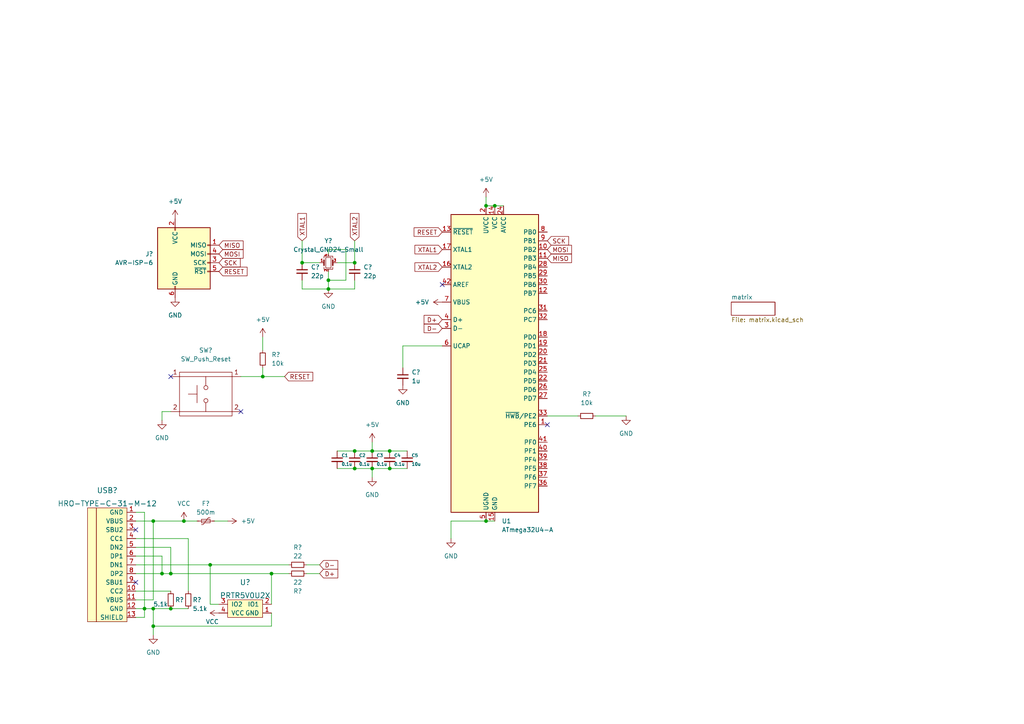
<source format=kicad_sch>
(kicad_sch (version 20211123) (generator eeschema)
  (paper "A4")
  (lib_symbols
    (symbol "Connector:AVR-ISP-6" (pin_names (offset 1.016))
      (property "Reference" "J" (at -6.35 11.43 0))
      (property "Value" "AVR-ISP-6" (at 0 11.43 0))
      (symbol "AVR-ISP-6_0_1"
        (rectangle (start -2.667 -6.858) (end -2.413 -7.62))
        (rectangle (start -2.667 10.16) (end -2.413 9.398))
        (rectangle (start 7.62 -2.413) (end 6.858 -2.667))
        (rectangle (start 7.62 0.127) (end 6.858 -0.127))
        (rectangle (start 7.62 2.667) (end 6.858 2.413))
        (rectangle (start 7.62 5.207) (end 6.858 4.953))
        (rectangle (start 7.62 10.16) (end -7.62 -7.62) (stroke (width 0.254)) (fill (type background)))
      )
      (symbol "AVR-ISP-6_1_1"
        (pin passive line (at 10.16 5.08 180) (length 2.54) (name "MISO") (number "1"))
        (pin passive line (at -2.54 12.7 270) (length 2.54) (name "VCC") (number "2"))
        (pin passive line (at 10.16 0 180) (length 2.54) (name "SCK") (number "3"))
        (pin passive line (at 10.16 2.54 180) (length 2.54) (name "MOSI") (number "4"))
        (pin passive line (at 10.16 -2.54 180) (length 2.54) (name "~{RST}") (number "5"))
        (pin passive line (at -2.54 -10.16 90) (length 2.54) (name "GND") (number "6"))
      )
    )
    (symbol "Device:C_Small" (pin_numbers hide) (pin_names (offset 0.254) hide)
      (property "Reference" "C" (at 0.254 1.778 0))
      (property "Value" "C_Small" (at 0.254 -2.032 0))
      (symbol "C_Small_0_1"
        (polyline (pts (xy -1.524 -0.508) (xy 1.524 -0.508)) (stroke (width 0.3302)))
        (polyline (pts (xy -1.524 0.508) (xy 1.524 0.508)) (stroke (width 0.3048)))
      )
      (symbol "C_Small_1_1"
        (pin passive line (at 0 2.54 270) (length 2.032) (name "~") (number "1"))
        (pin passive line (at 0 -2.54 90) (length 2.032) (name "~") (number "2"))
      )
    )
    (symbol "Device:Crystal_GND24_Small" (pin_names (offset 1.016) hide)
      (property "Reference" "Y" (at 1.27 4.445 0))
      (property "Value" "Crystal_GND24_Small" (at 1.27 2.54 0))
      (symbol "Crystal_GND24_Small_0_1"
        (rectangle (start -0.762 -1.524) (end 0.762 1.524))
        (polyline (pts (xy -1.27 -0.762) (xy -1.27 0.762)) (stroke (width 0.381)))
        (polyline (pts (xy 1.27 -0.762) (xy 1.27 0.762)) (stroke (width 0.381)))
        (polyline (pts (xy -1.27 -1.27) (xy -1.27 -1.905) (xy 1.27 -1.905) (xy 1.27 -1.27)))
        (polyline (pts (xy -1.27 1.27) (xy -1.27 1.905) (xy 1.27 1.905) (xy 1.27 1.27)))
      )
      (symbol "Crystal_GND24_Small_1_1"
        (pin passive line (at -2.54 0 0) (length 1.27) (name "1") (number "1"))
        (pin passive line (at 0 -2.54 90) (length 0.635) (name "2") (number "2"))
        (pin passive line (at 2.54 0 180) (length 1.27) (name "3") (number "3"))
        (pin passive line (at 0 2.54 270) (length 0.635) (name "4") (number "4"))
      )
    )
    (symbol "Device:Polyfuse_Small" (pin_numbers hide) (pin_names (offset 0))
      (property "Reference" "F" (at -1.905 0 90))
      (property "Value" "Polyfuse_Small" (at 1.905 0 90))
      (symbol "Polyfuse_Small_0_1"
        (rectangle (start -0.508 1.27) (end 0.508 -1.27))
        (polyline (pts (xy 0 2.54) (xy 0 -2.54)))
        (polyline (pts (xy -1.016 1.27) (xy -1.016 0.762) (xy 1.016 -0.762) (xy 1.016 -1.27)))
      )
      (symbol "Polyfuse_Small_1_1"
        (pin passive line (at 0 2.54 270) (length 0.635) (name "~") (number "1"))
        (pin passive line (at 0 -2.54 90) (length 0.635) (name "~") (number "2"))
      )
    )
    (symbol "Device:R_Small" (pin_numbers hide) (pin_names (offset 0.254) hide)
      (property "Reference" "R" (at 0.762 0.508 0))
      (property "Value" "R_Small" (at 0.762 -1.016 0))
      (symbol "R_Small_0_1"
        (rectangle (start -0.762 1.778) (end 0.762 -1.778) (stroke (width 0.2032)))
      )
      (symbol "R_Small_1_1"
        (pin passive line (at 0 2.54 270) (length 0.762) (name "~") (number "1"))
        (pin passive line (at 0 -2.54 90) (length 0.762) (name "~") (number "2"))
      )
    )
    (symbol "MCU_Microchip_ATmega:ATmega32U4-A"
      (property "Reference" "U" (at -12.7 44.45 0))
      (property "Value" "ATmega32U4-A" (at 2.54 -44.45 0))
      (symbol "ATmega32U4-A_0_1"
        (rectangle (start -12.7 -43.18) (end 12.7 43.18) (stroke (width 0.254)) (fill (type background)))
      )
      (symbol "ATmega32U4-A_1_1"
        (pin bidirectional line (at 15.24 -17.78 180) (length 2.54) (name "PE6") (number "1"))
        (pin bidirectional line (at 15.24 33.02 180) (length 2.54) (name "PB2") (number "10"))
        (pin bidirectional line (at 15.24 30.48 180) (length 2.54) (name "PB3") (number "11"))
        (pin bidirectional line (at 15.24 20.32 180) (length 2.54) (name "PB7") (number "12"))
        (pin input line (at -15.24 38.1 0) (length 2.54) (name "~{RESET}") (number "13"))
        (pin power_in line (at 0 45.72 270) (length 2.54) (name "VCC") (number "14"))
        (pin power_in line (at 0 -45.72 90) (length 2.54) (name "GND") (number "15"))
        (pin output line (at -15.24 27.94 0) (length 2.54) (name "XTAL2") (number "16"))
        (pin input line (at -15.24 33.02 0) (length 2.54) (name "XTAL1") (number "17"))
        (pin bidirectional line (at 15.24 7.62 180) (length 2.54) (name "PD0") (number "18"))
        (pin bidirectional line (at 15.24 5.08 180) (length 2.54) (name "PD1") (number "19"))
        (pin power_in line (at -2.54 45.72 270) (length 2.54) (name "UVCC") (number "2"))
        (pin bidirectional line (at 15.24 2.54 180) (length 2.54) (name "PD2") (number "20"))
        (pin bidirectional line (at 15.24 0 180) (length 2.54) (name "PD3") (number "21"))
        (pin bidirectional line (at 15.24 -5.08 180) (length 2.54) (name "PD5") (number "22"))
        (pin passive line (at 0 -45.72 90) (length 2.54) hide (name "GND") (number "23"))
        (pin power_in line (at 2.54 45.72 270) (length 2.54) (name "AVCC") (number "24"))
        (pin bidirectional line (at 15.24 -2.54 180) (length 2.54) (name "PD4") (number "25"))
        (pin bidirectional line (at 15.24 -7.62 180) (length 2.54) (name "PD6") (number "26"))
        (pin bidirectional line (at 15.24 -10.16 180) (length 2.54) (name "PD7") (number "27"))
        (pin bidirectional line (at 15.24 27.94 180) (length 2.54) (name "PB4") (number "28"))
        (pin bidirectional line (at 15.24 25.4 180) (length 2.54) (name "PB5") (number "29"))
        (pin bidirectional line (at -15.24 10.16 0) (length 2.54) (name "D-") (number "3"))
        (pin bidirectional line (at 15.24 22.86 180) (length 2.54) (name "PB6") (number "30"))
        (pin bidirectional line (at 15.24 15.24 180) (length 2.54) (name "PC6") (number "31"))
        (pin bidirectional line (at 15.24 12.7 180) (length 2.54) (name "PC7") (number "32"))
        (pin bidirectional line (at 15.24 -15.24 180) (length 2.54) (name "~{HWB}/PE2") (number "33"))
        (pin passive line (at 0 45.72 270) (length 2.54) hide (name "VCC") (number "34"))
        (pin passive line (at 0 -45.72 90) (length 2.54) hide (name "GND") (number "35"))
        (pin bidirectional line (at 15.24 -35.56 180) (length 2.54) (name "PF7") (number "36"))
        (pin bidirectional line (at 15.24 -33.02 180) (length 2.54) (name "PF6") (number "37"))
        (pin bidirectional line (at 15.24 -30.48 180) (length 2.54) (name "PF5") (number "38"))
        (pin bidirectional line (at 15.24 -27.94 180) (length 2.54) (name "PF4") (number "39"))
        (pin bidirectional line (at -15.24 12.7 0) (length 2.54) (name "D+") (number "4"))
        (pin bidirectional line (at 15.24 -25.4 180) (length 2.54) (name "PF1") (number "40"))
        (pin bidirectional line (at 15.24 -22.86 180) (length 2.54) (name "PF0") (number "41"))
        (pin passive line (at -15.24 22.86 0) (length 2.54) (name "AREF") (number "42"))
        (pin passive line (at 0 -45.72 90) (length 2.54) hide (name "GND") (number "43"))
        (pin passive line (at 2.54 45.72 270) (length 2.54) hide (name "AVCC") (number "44"))
        (pin passive line (at -2.54 -45.72 90) (length 2.54) (name "UGND") (number "5"))
        (pin passive line (at -15.24 5.08 0) (length 2.54) (name "UCAP") (number "6"))
        (pin input line (at -15.24 17.78 0) (length 2.54) (name "VBUS") (number "7"))
        (pin bidirectional line (at 15.24 38.1 180) (length 2.54) (name "PB0") (number "8"))
        (pin bidirectional line (at 15.24 35.56 180) (length 2.54) (name "PB1") (number "9"))
      )
    )
    (symbol "SW_SK:SW_SKQG" (pin_names (offset 0.5))
      (property "Reference" "SW" (at 0 8.89 0))
      (property "Value" "SW_SKQG" (at 0 -8.89 0))
      (symbol "SW_SKQG_0_0"
        (text "1" (at -8.89 6.35 0) (effects (font (size 1.27 1.27))))
        (text "1" (at 8.89 6.35 0) (effects (font (size 1.27 1.27))))
        (text "2" (at -8.89 -3.81 0) (effects (font (size 1.27 1.27))))
        (text "2" (at 8.89 -3.81 0) (effects (font (size 1.27 1.27))))
      )
      (symbol "SW_SKQG_0_1"
        (polyline (pts (xy -2.54 -2.54) (xy -2.54 2.54)))
        (polyline (pts (xy -2.54 0) (xy -5.08 0)))
        (polyline (pts (xy 0 -5.08) (xy 0 -2.54)))
        (polyline (pts (xy 0 5.08) (xy 0 2.54)))
        (polyline (pts (xy 7.62 -5.08) (xy -7.62 -5.08)))
        (polyline (pts (xy 7.62 5.08) (xy -7.62 5.08)))
        (polyline (pts (xy 7.62 0) (xy 7.62 -6.35) (xy -7.62 -6.35) (xy -7.62 6.35) (xy 7.62 6.35) (xy 7.62 0)))
        (circle (center 0.0277 -1.9018) (radius 0.5834))
        (circle (center 0.0277 1.8658) (radius 0.5834))
      )
      (symbol "SW_SKQG_1_1"
        (pin passive line (at -10.16 -5.08 0) (length 2.54) (name "") (number ""))
        (pin passive line (at -10.16 5.08 0) (length 2.54) (name "") (number ""))
        (pin passive line (at 10.16 -5.08 180) (length 2.54) (name "") (number ""))
        (pin passive line (at 10.16 5.08 180) (length 2.54) (name "") (number ""))
      )
    )
    (symbol "Type-C:HRO-TYPE-C-31-M-12" (pin_names (offset 1.016))
      (property "Reference" "USB" (at -5.08 16.51 0))
      (property "Value" "HRO-TYPE-C-31-M-12" (at -10.16 -1.27 90))
      (symbol "HRO-TYPE-C-31-M-12_0_1"
        (rectangle (start -11.43 15.24) (end -8.89 -17.78) (fill (type background)))
        (rectangle (start 0 -17.78) (end -8.89 15.24) (fill (type background)))
      )
      (symbol "HRO-TYPE-C-31-M-12_1_1"
        (pin input line (at 2.54 13.97 180) (length 2.54) (name "GND") (number "1"))
        (pin input line (at 2.54 -8.89 180) (length 2.54) (name "CC2") (number "10"))
        (pin input line (at 2.54 -11.43 180) (length 2.54) (name "VBUS") (number "11"))
        (pin input line (at 2.54 -13.97 180) (length 2.54) (name "GND") (number "12"))
        (pin input line (at 2.54 -16.51 180) (length 2.54) (name "SHIELD") (number "13"))
        (pin input line (at 2.54 11.43 180) (length 2.54) (name "VBUS") (number "2"))
        (pin input line (at 2.54 8.89 180) (length 2.54) (name "SBU2") (number "3"))
        (pin input line (at 2.54 6.35 180) (length 2.54) (name "CC1") (number "4"))
        (pin input line (at 2.54 3.81 180) (length 2.54) (name "DN2") (number "5"))
        (pin input line (at 2.54 1.27 180) (length 2.54) (name "DP1") (number "6"))
        (pin input line (at 2.54 -1.27 180) (length 2.54) (name "DN1") (number "7"))
        (pin input line (at 2.54 -3.81 180) (length 2.54) (name "DP2") (number "8"))
        (pin input line (at 2.54 -6.35 180) (length 2.54) (name "SBU1") (number "9"))
      )
    )
    (symbol "power:+5V" (power) (pin_names (offset 0))
      (property "Value" "+5V" (at 0 3.556 0))
      (symbol "+5V_0_1"
        (polyline (pts (xy -0.762 1.27) (xy 0 2.54)))
        (polyline (pts (xy 0 0) (xy 0 2.54)))
        (polyline (pts (xy 0 2.54) (xy 0.762 1.27)))
      )
      (symbol "+5V_1_1"
        (pin power_in line (at 0 0 90) (length 0) hide (name "+5V") (number "1"))
      )
    )
    (symbol "power:GND" (power) (pin_names (offset 0))
      (property "Value" "GND" (at 0 -3.81 0))
      (symbol "GND_0_1"
        (polyline (pts (xy 0 0) (xy 0 -1.27) (xy 1.27 -1.27) (xy 0 -2.54) (xy -1.27 -1.27) (xy 0 -1.27)))
      )
      (symbol "GND_1_1"
        (pin power_in line (at 0 0 270) (length 0) hide (name "GND") (number "1"))
      )
    )
    (symbol "power:VCC" (power) (pin_names (offset 0))
      (property "Value" "VCC" (at 0 3.81 0))
      (symbol "VCC_0_1"
        (polyline (pts (xy -0.762 1.27) (xy 0 2.54)))
        (polyline (pts (xy 0 0) (xy 0 2.54)))
        (polyline (pts (xy 0 2.54) (xy 0.762 1.27)))
      )
      (symbol "VCC_1_1"
        (pin power_in line (at 0 0 90) (length 0) hide (name "VCC") (number "1"))
      )
    )
    (symbol "random-keyboard-parts:PRTR5V0U2X" (pin_names (offset 1.016))
      (property "Reference" "U" (at 0 3.81 0))
      (property "Value" "PRTR5V0U2X" (at 0 -3.81 0))
      (symbol "PRTR5V0U2X_0_1"
        (rectangle (start -5.08 2.54) (end 5.08 -2.54) (fill (type background)))
      )
      (symbol "PRTR5V0U2X_1_1"
        (pin input line (at -7.62 1.27 0) (length 2.54) (name "GND") (number "1"))
        (pin input line (at -7.62 -1.27 0) (length 2.54) (name "IO1") (number "2"))
        (pin input line (at 7.62 -1.27 180) (length 2.54) (name "IO2") (number "3"))
        (pin input line (at 7.62 1.27 180) (length 2.54) (name "VCC") (number "4"))
      )
    )
  )
  (junction (at 102.87 135.89))
  (junction (at 44.45 176.53))
  (junction (at 143.51 59.69))
  (junction (at 41.91 176.53))
  (junction (at 113.03 135.89))
  (junction (at 87.63 76.2))
  (junction (at 107.95 130.81))
  (junction (at 46.99 166.37))
  (junction (at 95.25 81.28))
  (junction (at 49.53 166.37))
  (junction (at 95.25 83.82))
  (junction (at 76.2 109.22))
  (junction (at 44.45 151.13))
  (junction (at 113.03 130.81))
  (junction (at 102.87 130.81))
  (junction (at 44.45 181.61))
  (junction (at 140.97 151.13))
  (junction (at 49.53 176.53))
  (junction (at 107.95 135.89))
  (junction (at 60.96 163.83))
  (junction (at 78.74 166.37))
  (junction (at 53.34 151.13))
  (junction (at 140.97 59.69))
  (junction (at 102.87 76.2))
  (no_connect (at 128.27 82.55))
  (no_connect (at 39.37 153.67))
  (no_connect (at 49.53 109.22))
  (no_connect (at 69.85 119.38))
  (no_connect (at 39.37 168.91))
  (no_connect (at 158.75 123.19))
  (wire (pts (xy 78.74 166.37) (xy 83.82 166.37)))
  (wire (pts (xy 44.45 176.53) (xy 49.53 176.53)))
  (wire (pts (xy 88.9 163.83) (xy 92.71 163.83)))
  (wire (pts (xy 113.03 130.81) (xy 118.11 130.81)))
  (wire (pts (xy 78.74 166.37) (xy 78.74 175.26)))
  (wire (pts (xy 41.91 176.53) (xy 44.45 176.53)))
  (wire (pts (xy 116.84 100.33) (xy 116.84 106.68)))
  (wire (pts (xy 46.99 161.29) (xy 46.99 166.37)))
  (wire (pts (xy 62.23 151.13) (xy 66.04 151.13)))
  (wire (pts (xy 39.37 151.13) (xy 44.45 151.13)))
  (wire (pts (xy 44.45 181.61) (xy 44.45 184.15)))
  (wire (pts (xy 39.37 173.99) (xy 44.45 173.99)))
  (wire (pts (xy 78.74 181.61) (xy 44.45 181.61)))
  (wire (pts (xy 146.05 59.69) (xy 143.51 59.69)))
  (wire (pts (xy 46.99 166.37) (xy 49.53 166.37)))
  (wire (pts (xy 49.53 176.53) (xy 54.61 176.53)))
  (wire (pts (xy 44.45 151.13) (xy 53.34 151.13)))
  (wire (pts (xy 102.87 83.82) (xy 95.25 83.82)))
  (wire (pts (xy 39.37 148.59) (xy 41.91 148.59)))
  (wire (pts (xy 102.87 130.81) (xy 107.95 130.81)))
  (wire (pts (xy 107.95 135.89) (xy 107.95 138.43)))
  (wire (pts (xy 41.91 176.53) (xy 41.91 179.07)))
  (wire (pts (xy 107.95 130.81) (xy 113.03 130.81)))
  (wire (pts (xy 102.87 135.89) (xy 107.95 135.89)))
  (wire (pts (xy 44.45 173.99) (xy 44.45 151.13)))
  (wire (pts (xy 95.25 78.74) (xy 95.25 81.28)))
  (wire (pts (xy 158.75 120.65) (xy 167.64 120.65)))
  (wire (pts (xy 130.81 151.13) (xy 130.81 156.21)))
  (wire (pts (xy 41.91 148.59) (xy 41.91 176.53)))
  (wire (pts (xy 87.63 83.82) (xy 95.25 83.82)))
  (wire (pts (xy 102.87 69.85) (xy 102.87 76.2)))
  (wire (pts (xy 97.79 130.81) (xy 102.87 130.81)))
  (wire (pts (xy 41.91 179.07) (xy 39.37 179.07)))
  (wire (pts (xy 76.2 97.79) (xy 76.2 101.6)))
  (wire (pts (xy 143.51 59.69) (xy 140.97 59.69)))
  (wire (pts (xy 60.96 163.83) (xy 83.82 163.83)))
  (wire (pts (xy 87.63 69.85) (xy 87.63 76.2)))
  (wire (pts (xy 54.61 171.45) (xy 54.61 156.21)))
  (wire (pts (xy 140.97 59.69) (xy 140.97 57.15)))
  (wire (pts (xy 39.37 158.75) (xy 49.53 158.75)))
  (wire (pts (xy 100.33 72.39) (xy 100.33 81.28)))
  (wire (pts (xy 69.85 109.22) (xy 76.2 109.22)))
  (wire (pts (xy 44.45 176.53) (xy 44.45 181.61)))
  (wire (pts (xy 107.95 135.89) (xy 113.03 135.89)))
  (wire (pts (xy 88.9 166.37) (xy 92.71 166.37)))
  (wire (pts (xy 172.72 120.65) (xy 181.61 120.65)))
  (wire (pts (xy 49.53 166.37) (xy 78.74 166.37)))
  (wire (pts (xy 39.37 161.29) (xy 46.99 161.29)))
  (wire (pts (xy 46.99 119.38) (xy 46.99 121.92)))
  (wire (pts (xy 87.63 81.28) (xy 87.63 83.82)))
  (wire (pts (xy 54.61 156.21) (xy 39.37 156.21)))
  (wire (pts (xy 49.53 158.75) (xy 49.53 166.37)))
  (wire (pts (xy 39.37 171.45) (xy 49.53 171.45)))
  (wire (pts (xy 143.51 151.13) (xy 140.97 151.13)))
  (wire (pts (xy 140.97 151.13) (xy 130.81 151.13)))
  (wire (pts (xy 76.2 106.68) (xy 76.2 109.22)))
  (wire (pts (xy 53.34 151.13) (xy 57.15 151.13)))
  (wire (pts (xy 100.33 81.28) (xy 95.25 81.28)))
  (wire (pts (xy 113.03 135.89) (xy 118.11 135.89)))
  (wire (pts (xy 76.2 109.22) (xy 82.55 109.22)))
  (wire (pts (xy 95.25 73.66) (xy 95.25 72.39)))
  (wire (pts (xy 60.96 175.26) (xy 60.96 163.83)))
  (wire (pts (xy 95.25 72.39) (xy 100.33 72.39)))
  (wire (pts (xy 102.87 76.2) (xy 97.79 76.2)))
  (wire (pts (xy 95.25 81.28) (xy 95.25 83.82)))
  (wire (pts (xy 39.37 176.53) (xy 41.91 176.53)))
  (wire (pts (xy 107.95 128.27) (xy 107.95 130.81)))
  (wire (pts (xy 49.53 119.38) (xy 46.99 119.38)))
  (wire (pts (xy 78.74 177.8) (xy 78.74 181.61)))
  (wire (pts (xy 97.79 135.89) (xy 102.87 135.89)))
  (wire (pts (xy 63.5 175.26) (xy 60.96 175.26)))
  (wire (pts (xy 39.37 163.83) (xy 60.96 163.83)))
  (wire (pts (xy 102.87 81.28) (xy 102.87 83.82)))
  (wire (pts (xy 87.63 76.2) (xy 92.71 76.2)))
  (wire (pts (xy 128.27 100.33) (xy 116.84 100.33)))
  (wire (pts (xy 39.37 166.37) (xy 46.99 166.37)))
  (global_label "RESET" (shape input) (at 63.5 78.74 0) (property "Intersheet References" "${INTERSHEET_REFS}" (effects hide)))
  (global_label "XTAL2" (shape input) (at 102.87 69.85 90) (property "Intersheet References" "${INTERSHEET_REFS}" (effects hide)))
  (global_label "RESET" (shape input) (at 128.27 67.31 180) (property "Intersheet References" "${INTERSHEET_REFS}" (effects hide)))
  (global_label "MISO" (shape input) (at 63.5 71.12 0) (property "Intersheet References" "${INTERSHEET_REFS}" (effects hide)))
  (global_label "RESET" (shape input) (at 82.55 109.22 0) (property "Intersheet References" "${INTERSHEET_REFS}" (effects hide)))
  (global_label "XTAL1" (shape input) (at 128.27 72.39 180) (property "Intersheet References" "${INTERSHEET_REFS}" (effects hide)))
  (global_label "SCK" (shape input) (at 63.5 76.2 0) (property "Intersheet References" "${INTERSHEET_REFS}" (effects hide)))
  (global_label "D-" (shape input) (at 92.71 163.83 0) (property "Intersheet References" "${INTERSHEET_REFS}" (effects hide)))
  (global_label "MOSI" (shape input) (at 63.5 73.66 0) (property "Intersheet References" "${INTERSHEET_REFS}" (effects hide)))
  (global_label "XTAL2" (shape input) (at 128.27 77.47 180) (property "Intersheet References" "${INTERSHEET_REFS}" (effects hide)))
  (global_label "D+" (shape input) (at 128.27 92.71 180) (property "Intersheet References" "${INTERSHEET_REFS}" (effects hide)))
  (global_label "D-" (shape input) (at 128.27 95.25 180) (property "Intersheet References" "${INTERSHEET_REFS}" (effects hide)))
  (global_label "MISO" (shape input) (at 158.75 74.93 0) (property "Intersheet References" "${INTERSHEET_REFS}" (effects hide)))
  (global_label "SCK" (shape input) (at 158.75 69.85 0) (property "Intersheet References" "${INTERSHEET_REFS}" (effects hide)))
  (global_label "MOSI" (shape input) (at 158.75 72.39 0) (property "Intersheet References" "${INTERSHEET_REFS}" (effects hide)))
  (global_label "XTAL1" (shape input) (at 87.63 69.85 90) (property "Intersheet References" "${INTERSHEET_REFS}" (effects hide)))
  (global_label "D+" (shape input) (at 92.71 166.37 0) (property "Intersheet References" "${INTERSHEET_REFS}" (effects hide)))
  (symbol (lib_id "random-keyboard-parts:PRTR5V0U2X") (at 71.12 176.53 180) (unit 1)
    (property "Reference" "U?" (at 71.12 168.91 0) (effects (font (size 1.524 1.524))))
    (property "Value" "PRTR5V0U2X" (at 71.12 172.72 0) (effects (font (size 1.524 1.524))))
  )
  (symbol (lib_id "power:GND") (at 181.61 120.65 0) (unit 1)
    (property "Reference" "#PWR?" (effects hide))
    (property "Value" "GND" (at 181.61 125.73 0))
  )
  (symbol (lib_id "power:GND") (at 95.25 83.82 0) (unit 1)
    (property "Reference" "#PWR?" (effects hide))
    (property "Value" "GND" (at 95.25 88.9 0))
  )
  (symbol (lib_id "power:VCC") (at 63.5 177.8 90) (unit 1)
    (property "Reference" "#PWR?" (effects hide))
    (property "Value" "VCC" (at 63.5 180.34 90) (effects (justify left)))
  )
  (symbol (lib_id "Device:R_Small") (at 170.18 120.65 90) (unit 1)
    (property "Reference" "R?" (at 170.18 114.3 90))
    (property "Value" "10k" (at 170.18 116.84 90))
  )
  (symbol (lib_id "SW_SK:SW_SKQG") (at 59.69 114.3 0) (unit 1)
    (property "Reference" "SW?" (at 59.69 101.6 0))
    (property "Value" "SW_Push_Reset" (at 59.69 104.14 0))
  )
  (symbol (lib_id "power:GND") (at 130.81 156.21 0) (unit 1)
    (property "Reference" "#PWR?" (effects hide))
    (property "Value" "GND" (at 130.81 161.29 0))
  )
  (symbol (lib_id "Device:C_Small") (at 97.79 133.35 0) (unit 1)
    (property "Reference" "C1" (at 99.06 132.08 0) (effects (font (size 0.9 0.9)) (justify left)))
    (property "Value" "0.1u" (at 99.06 134.62 0) (effects (font (size 0.9 0.9)) (justify left)))
  )
  (symbol (lib_id "Device:R_Small") (at 86.36 166.37 90) (unit 1)
    (property "Reference" "R?" (at 86.36 171.45 90))
    (property "Value" "22" (at 86.36 168.91 90))
  )
  (symbol (lib_id "Connector:AVR-ISP-6") (at 53.34 76.2 0) (unit 1)
    (property "Reference" "J?" (at 44.45 73.6599 0) (effects (justify right)))
    (property "Value" "AVR-ISP-6" (at 44.45 76.1999 0) (effects (justify right)))
    (property "Datasheet" " ~" (effects hide))
  )
  (symbol (lib_id "Device:R_Small") (at 76.2 104.14 0) (unit 1)
    (property "Reference" "R?" (at 78.74 102.8699 0) (effects (justify left)))
    (property "Value" "10k" (at 78.74 105.4099 0) (effects (justify left)))
  )
  (symbol (lib_id "Type-C:HRO-TYPE-C-31-M-12") (at 36.83 162.56 0) (unit 1)
    (property "Reference" "USB?" (at 31.115 142.24 0) (effects (font (size 1.524 1.524))))
    (property "Value" "HRO-TYPE-C-31-M-12" (at 31.115 146.05 0) (effects (font (size 1.524 1.524))))
  )
  (symbol (lib_id "power:GND") (at 50.8 86.36 0) (unit 1)
    (property "Reference" "#PWR?" (effects hide))
    (property "Value" "GND" (at 50.8 91.44 0))
  )
  (symbol (lib_id "Device:C_Small") (at 102.87 133.35 0) (unit 1)
    (property "Reference" "C2" (at 104.14 132.08 0) (effects (font (size 0.9 0.9)) (justify left)))
    (property "Value" "0.1u" (at 104.14 134.62 0) (effects (font (size 0.9 0.9)) (justify left)))
  )
  (symbol (lib_id "power:+5V") (at 140.97 57.15 0) (unit 1)
    (property "Reference" "#PWR?" (effects hide))
    (property "Value" "+5V" (at 140.97 52.07 0))
  )
  (symbol (lib_id "power:GND") (at 44.45 184.15 0) (unit 1)
    (property "Reference" "#PWR?" (effects hide))
    (property "Value" "GND" (at 44.45 189.23 0))
  )
  (symbol (lib_id "Device:R_Small") (at 54.61 173.99 0) (unit 1)
    (property "Reference" "R?" (at 55.88 173.99 0) (effects (justify left)))
    (property "Value" "5.1k" (at 55.88 176.53 0) (effects (justify left)))
  )
  (symbol (lib_id "power:+5V") (at 76.2 97.79 0) (unit 1)
    (property "Reference" "#PWR?" (effects hide))
    (property "Value" "+5V" (at 76.2 92.71 0))
  )
  (symbol (lib_id "Device:C_Small") (at 118.11 133.35 0) (unit 1)
    (property "Reference" "C5" (at 119.38 132.08 0) (effects (font (size 0.9 0.9)) (justify left)))
    (property "Value" "10u" (at 119.38 134.62 0) (effects (font (size 0.9 0.9)) (justify left)))
  )
  (symbol (lib_id "power:+5V") (at 128.27 87.63 90) (unit 1)
    (property "Reference" "#PWR?" (effects hide))
    (property "Value" "+5V" (at 124.46 87.6299 90) (effects (justify left)))
  )
  (symbol (lib_id "power:+5V") (at 107.95 128.27 0) (unit 1)
    (property "Reference" "#PWR?" (effects hide))
    (property "Value" "+5V" (at 107.95 123.19 0))
  )
  (symbol (lib_id "Device:C_Small") (at 107.95 133.35 0) (unit 1)
    (property "Reference" "C3" (at 109.22 132.08 0) (effects (font (size 0.9 0.9)) (justify left)))
    (property "Value" "0.1u" (at 109.22 134.62 0) (effects (font (size 0.9 0.9)) (justify left)))
  )
  (symbol (lib_id "power:GND") (at 107.95 138.43 0) (unit 1)
    (property "Reference" "#PWR?" (effects hide))
    (property "Value" "GND" (at 107.95 143.51 0))
  )
  (symbol (lib_id "Device:C_Small") (at 116.84 109.22 0) (unit 1)
    (property "Reference" "C?" (at 119.38 107.9562 0) (effects (justify left)))
    (property "Value" "1u" (at 119.38 110.4962 0) (effects (justify left)))
  )
  (symbol (lib_id "Device:C_Small") (at 113.03 133.35 0) (unit 1)
    (property "Reference" "C4" (at 114.3 132.08 0) (effects (font (size 0.9 0.9)) (justify left)))
    (property "Value" "0.1u" (at 114.3 134.62 0) (effects (font (size 0.9 0.9)) (justify left)))
  )
  (symbol (lib_id "power:GND") (at 116.84 111.76 0) (unit 1)
    (property "Reference" "#PWR?" (effects hide))
    (property "Value" "GND" (at 116.84 116.84 0))
  )
  (symbol (lib_id "power:+5V") (at 66.04 151.13 270) (unit 1)
    (property "Reference" "#PWR?" (effects hide))
    (property "Value" "+5V" (at 69.85 151.1299 90) (effects (justify left)))
  )
  (symbol (lib_id "Device:Polyfuse_Small") (at 59.69 151.13 90) (unit 1)
    (property "Reference" "F?" (at 59.69 146.05 90))
    (property "Value" "500m" (at 59.69 148.59 90))
  )
  (symbol (lib_id "MCU_Microchip_ATmega:ATmega32U4-A") (at 143.51 105.41 0) (unit 1)
    (property "Reference" "U1" (at 145.5294 151.13 0) (effects (justify left)))
    (property "Value" "ATmega32U4-A" (at 145.5294 153.67 0) (effects (justify left)))
    (property "Footprint" "Package_QFP:TQFP-44_10x10mm_P0.8mm" (effects hide))
    (property "Datasheet" "http://ww1.microchip.com/downloads/en/DeviceDoc/Atmel-7766-8-bit-AVR-ATmega16U4-32U4_Datasheet.pdf" (effects hide))
  )
  (symbol (lib_id "power:+5V") (at 50.8 63.5 0) (unit 1)
    (property "Reference" "#PWR?" (effects hide))
    (property "Value" "+5V" (at 50.8 58.42 0))
  )
  (symbol (lib_id "Device:C_Small") (at 102.87 78.74 0) (unit 1)
    (property "Reference" "C?" (at 105.41 77.4762 0) (effects (justify left)))
    (property "Value" "22p" (at 105.41 80.0162 0) (effects (justify left)))
  )
  (symbol (lib_id "power:VCC") (at 53.34 151.13 0) (unit 1)
    (property "Reference" "#PWR?" (effects hide))
    (property "Value" "VCC" (at 53.34 146.05 0))
  )
  (symbol (lib_id "Device:R_Small") (at 49.53 173.99 0) (unit 1)
    (property "Reference" "R?" (at 50.8 173.99 0) (effects (justify left)))
    (property "Value" "5.1k" (at 44.45 175.26 0) (effects (justify left)))
  )
  (symbol (lib_id "Device:R_Small") (at 86.36 163.83 90) (unit 1)
    (property "Reference" "R?" (at 86.36 158.75 90))
    (property "Value" "22" (at 86.36 161.29 90))
  )
  (symbol (lib_id "Device:C_Small") (at 87.63 78.74 0) (unit 1)
    (property "Reference" "C?" (at 90.17 77.4762 0) (effects (justify left)))
    (property "Value" "22p" (at 90.17 80.0162 0) (effects (justify left)))
  )
  (symbol (lib_id "power:GND") (at 46.99 121.92 0) (unit 1)
    (property "Reference" "#PWR?" (effects hide))
    (property "Value" "GND" (at 46.99 127 0))
  )
  (symbol (lib_id "Device:Crystal_GND24_Small") (at 95.25 76.2 0) (unit 1)
    (property "Reference" "Y?" (at 95.25 69.85 0))
    (property "Value" "Crystal_GND24_Small" (at 95.25 72.39 0))
  )
  (sheet (at 212.09 87.63) (size 12.7 3.81) (stroke (width 0.1524))
    (property "Sheet name" "matrix" (at 212.09 86.9184 0) (effects (justify left bottom)))
    (property "Sheet file" "matrix.kicad_sch" (at 212.09 92.0246 0) (effects (justify left top)))
  )
)
</source>
